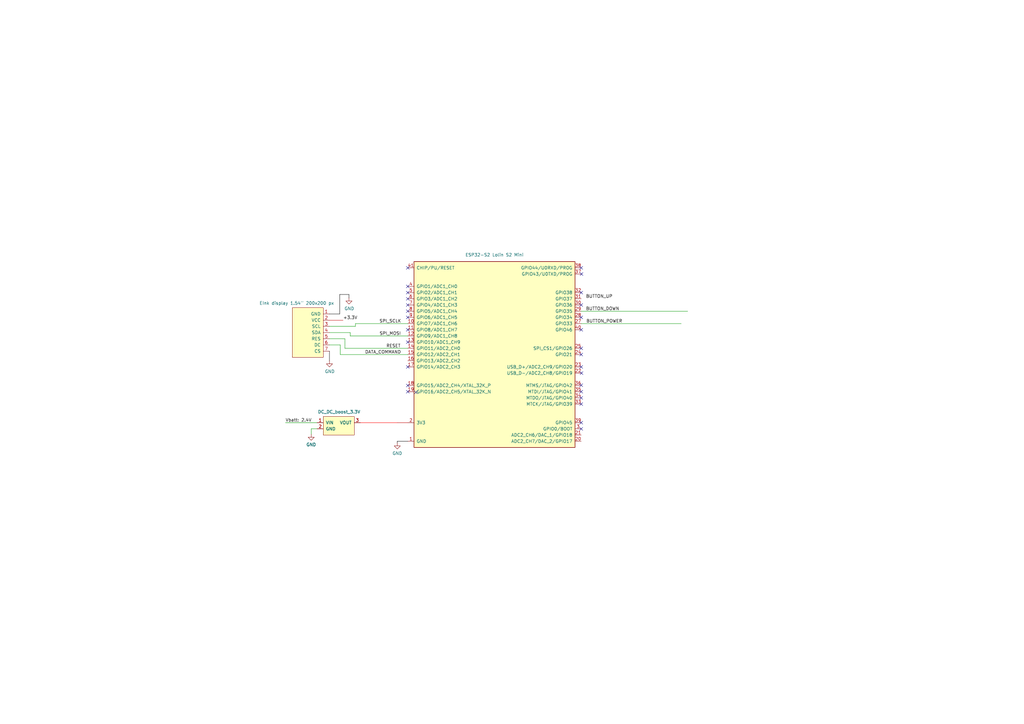
<source format=kicad_sch>
(kicad_sch (version 20211123) (generator eeschema)
  (paper "A3")
  (lib_symbols
    (symbol "Espressif:ESP32-S2-WROOM" (pin_names (offset 1.016))
      (property "Value" "ESP32-S2 Lolin S2 Mini" (at 0 40.894 0))
      (symbol "ESP32-S2-WROOM_0_0"
        (pin passive line (at -35.56 -35.56 0) (length 2.54) hide (name "GND") (number "43"))
      )
      (symbol "ESP32-S2-WROOM_1_1"
        (rectangle (start -33.02 38.1) (end 33.02 -38.1) (stroke (width 0.254)) (fill (type background)))
        (pin power_in line (at -35.56 -35.56 0) (length 2.54) (name "GND") (number "1"))
        (pin bidirectional line (at -35.56 12.7 0) (length 2.54) (name "GPIO7/ADC1_CH6") (number "10"))
        (pin bidirectional line (at -35.56 10.16 0) (length 2.54) (name "GPIO8/ADC1_CH7") (number "11"))
        (pin bidirectional line (at -35.56 7.62 0) (length 2.54) (name "GPIO9/ADC1_CH8") (number "12"))
        (pin bidirectional line (at -35.56 5.08 0) (length 2.54) (name "GPIO10/ADC1_CH9") (number "13"))
        (pin bidirectional line (at -35.56 2.54 0) (length 2.54) (name "GPIO11/ADC2_CH0") (number "14"))
        (pin bidirectional line (at -35.56 0 0) (length 2.54) (name "GPIO12/ADC2_CH1") (number "15"))
        (pin bidirectional line (at -35.56 -2.54 0) (length 2.54) (name "GPIO13/ADC2_CH2") (number "16"))
        (pin bidirectional line (at -35.56 -5.08 0) (length 2.54) (name "GPIO14/ADC2_CH3") (number "17"))
        (pin bidirectional line (at -35.56 -12.7 0) (length 2.54) (name "GPIO15/ADC2_CH4/XTAL_32K_P") (number "18"))
        (pin bidirectional line (at -35.56 -15.24 0) (length 2.54) (name "GPIO16/ADC2_CH5/XTAL_32K_N") (number "19"))
        (pin power_in line (at -35.56 -27.94 0) (length 2.54) (name "3V3") (number "2"))
        (pin bidirectional line (at 35.56 -35.56 180) (length 2.54) (name "ADC2_CH7/DAC_2/GPIO17") (number "20"))
        (pin bidirectional line (at 35.56 -33.02 180) (length 2.54) (name "ADC2_CH6/DAC_1/GPIO18") (number "21"))
        (pin bidirectional line (at 35.56 -7.62 180) (length 2.54) (name "USB_D-/ADC2_CH8/GPIO19") (number "22"))
        (pin bidirectional line (at 35.56 -5.08 180) (length 2.54) (name "USB_D+/ADC2_CH9/GPIO20") (number "23"))
        (pin bidirectional line (at 35.56 0 180) (length 2.54) (name "GPIO21") (number "24"))
        (pin bidirectional line (at 35.56 2.54 180) (length 2.54) (name "SPI_CS1/GPIO26") (number "25"))
        (pin passive line (at -35.56 -35.56 0) (length 2.54) hide (name "GND") (number "26"))
        (pin bidirectional line (at 35.56 12.7 180) (length 2.54) (name "GPIO33") (number "27"))
        (pin bidirectional line (at 35.56 15.24 180) (length 2.54) (name "GPIO34") (number "28"))
        (pin bidirectional line (at 35.56 17.78 180) (length 2.54) (name "GPIO35") (number "29"))
        (pin bidirectional line (at 35.56 -30.48 180) (length 2.54) (name "GPIO0/BOOT") (number "3"))
        (pin bidirectional line (at 35.56 20.32 180) (length 2.54) (name "GPIO36") (number "30"))
        (pin bidirectional line (at 35.56 22.86 180) (length 2.54) (name "GPIO37") (number "31"))
        (pin bidirectional line (at 35.56 25.4 180) (length 2.54) (name "GPIO38") (number "32"))
        (pin bidirectional line (at 35.56 -20.32 180) (length 2.54) (name "MTCK/JTAG/GPIO39") (number "33"))
        (pin bidirectional line (at 35.56 -17.78 180) (length 2.54) (name "MTDO/JTAG/GPIO40") (number "34"))
        (pin bidirectional line (at 35.56 -15.24 180) (length 2.54) (name "MTDI/JTAG/GPIO41") (number "35"))
        (pin bidirectional line (at 35.56 -12.7 180) (length 2.54) (name "MTMS/JTAG/GPIO42") (number "36"))
        (pin bidirectional line (at 35.56 33.02 180) (length 2.54) (name "GPIO43/U0TXD/PROG") (number "37"))
        (pin bidirectional line (at 35.56 35.56 180) (length 2.54) (name "GPIO44/U0RXD/PROG") (number "38"))
        (pin bidirectional line (at 35.56 -27.94 180) (length 2.54) (name "GPIO45") (number "39"))
        (pin bidirectional line (at -35.56 27.94 0) (length 2.54) (name "GPIO1/ADC1_CH0") (number "4"))
        (pin input line (at 35.56 10.16 180) (length 2.54) (name "GPIO46") (number "40"))
        (pin input line (at -35.56 35.56 0) (length 2.54) (name "CHIP/PU/RESET") (number "41"))
        (pin passive line (at -35.56 -35.56 0) (length 2.54) hide (name "GND") (number "42"))
        (pin bidirectional line (at -35.56 25.4 0) (length 2.54) (name "GPIO2/ADC1_CH1") (number "5"))
        (pin bidirectional line (at -35.56 22.86 0) (length 2.54) (name "GPIO3/ADC1_CH2") (number "6"))
        (pin bidirectional line (at -35.56 20.32 0) (length 2.54) (name "GPIO4/ADC1_CH3") (number "7"))
        (pin bidirectional line (at -35.56 17.78 0) (length 2.54) (name "GPIO5/ADC1_CH4") (number "8"))
        (pin bidirectional line (at -35.56 15.24 0) (length 2.54) (name "GPIO6/ADC1_CH5") (number "9"))
      )
    )
    (symbol "dc_dc_boost_3.3v:DC_DC_boost_3.3V" (pin_names (offset 1.016))
      (property "Value" "DC_DC_boost_3.3V" (at 0 6.223 0))
      (symbol "DC_DC_boost_3.3V_0_1"
        (rectangle (start -6.35 3.81) (end 6.35 -3.81) (fill (type background)))
      )
      (symbol "DC_DC_boost_3.3V_1_1"
        (pin input line (at -8.89 1.27 0) (length 2.54) (name "VIN") (number "1"))
        (pin input line (at -8.89 -1.27 0) (length 2.54) (name "GND") (number "2"))
        (pin input line (at 8.89 1.27 180) (length 2.54) (name "VOUT") (number "3"))
      )
    )
    (symbol "power:GND" (power) (pin_names (offset 0))
      (property "Value" "GND" (at 0 -3.81 0))
      (symbol "GND_0_1"
        (polyline (pts (xy 0 0) (xy 0 -1.27) (xy 1.27 -1.27) (xy 0 -2.54) (xy -1.27 -1.27) (xy 0 -1.27)))
      )
      (symbol "GND_1_1"
        (pin power_in line (at 0 0 270) (length 0) hide (name "GND") (number "1"))
      )
    )
    (symbol "schematic-OLED_SPI-Bafang_M500_M600-rescue:SSD1306-SPI-OLED-schematic-rescue" (pin_names (offset 1.016))
      (property "Reference" "Brd" (at -3.81 -3.81 0))
      (property "Value" "SSD1306-SPI-OLED-schematic-rescue" (at 0 -1.27 0))
      (symbol "SSD1306-SPI-OLED-schematic-rescue_0_1"
        (rectangle (start -10.16 6.35) (end 10.16 -6.35) (fill (type background)))
      )
      (symbol "SSD1306-SPI-OLED-schematic-rescue_1_1"
        (pin input line (at -7.62 8.89 270) (length 2.54) (name "GND") (number "1"))
        (pin input line (at -5.08 8.89 270) (length 2.54) (name "VCC") (number "2"))
        (pin input line (at -2.54 8.89 270) (length 2.54) (name "SCL") (number "3"))
        (pin input line (at 0 8.89 270) (length 2.54) (name "SDA") (number "4"))
        (pin input line (at 2.54 8.89 270) (length 2.54) (name "RES") (number "5"))
        (pin input line (at 5.08 8.89 270) (length 2.54) (name "DC") (number "6"))
        (pin input line (at 7.62 8.89 270) (length 2.54) (name "CS") (number "7"))
      )
    )
  )
  (no_connect (at 170.561 160.909))
  (no_connect (at 167.259 160.655))
  (no_connect (at 167.259 158.115))
  (no_connect (at 167.259 150.495))
  (no_connect (at 238.379 157.988))
  (no_connect (at 238.379 160.655))
  (no_connect (at 238.379 163.195))
  (no_connect (at 238.379 173.355))
  (no_connect (at 238.379 165.735))
  (no_connect (at 238.379 175.895))
  (no_connect (at 167.259 135.255))
  (no_connect (at 167.259 130.175))
  (no_connect (at 167.259 109.855))
  (no_connect (at 167.259 127.635))
  (no_connect (at 167.259 140.335))
  (no_connect (at 167.259 117.475))
  (no_connect (at 167.259 125.095))
  (no_connect (at 167.259 122.555))
  (no_connect (at 167.259 120.015))
  (no_connect (at 238.506 112.395))
  (no_connect (at 238.379 125.095))
  (no_connect (at 238.379 120.015))
  (no_connect (at 238.379 109.855))
  (no_connect (at 238.379 130.175))
  (no_connect (at 238.379 150.495))
  (no_connect (at 238.506 153.035))
  (no_connect (at 238.379 142.875))
  (no_connect (at 238.379 135.255))
  (no_connect (at 238.379 145.415))
  (wire (pts (xy 143.129 120.777) (xy 143.129 122.174)) (stroke (width 0) (color 0 0 0 1)))
  (wire (pts (xy 139.573 145.415) (xy 139.573 141.478)))
  (wire (pts (xy 162.941 173.355) (xy 147.828 173.355)) (stroke (width 0) (color 255 0 0 1)))
  (wire (pts (xy 135.128 138.938) (xy 141.478 138.938)))
  (wire (pts (xy 135.128 128.778) (xy 139.319 128.778)) (stroke (width 0) (color 0 0 0 1)))
  (wire (pts (xy 145.796 133.858) (xy 135.128 133.858)))
  (wire (pts (xy 143.637 137.795) (xy 143.637 136.398)))
  (wire (pts (xy 127.635 175.895) (xy 127.635 178.054)))
  (wire (pts (xy 139.319 128.778) (xy 139.319 120.777)) (stroke (width 0) (color 0 0 0 1)))
  (wire (pts (xy 167.259 132.715) (xy 145.796 132.715)))
  (wire (pts (xy 167.259 145.415) (xy 139.573 145.415)))
  (wire (pts (xy 135.128 131.318) (xy 140.716 131.318)) (stroke (width 0) (color 194 0 0 1)))
  (wire (pts (xy 238.379 132.715) (xy 279.4 132.715)))
  (wire (pts (xy 167.259 180.975) (xy 162.941 180.975)) (stroke (width 0) (color 0 0 0 1)))
  (wire (pts (xy 162.941 180.975) (xy 162.941 181.61)) (stroke (width 0) (color 0 0 0 1)))
  (wire (pts (xy 117.094 173.355) (xy 130.048 173.355)))
  (wire (pts (xy 135.128 136.398) (xy 143.637 136.398)))
  (wire (pts (xy 139.319 120.777) (xy 143.129 120.777)) (stroke (width 0) (color 0 0 0 1)))
  (wire (pts (xy 135.128 144.018) (xy 135.128 147.955)) (stroke (width 0) (color 0 0 0 1)))
  (wire (pts (xy 141.478 142.875) (xy 167.259 142.875)))
  (wire (pts (xy 141.478 138.938) (xy 141.478 142.875)))
  (wire (pts (xy 167.259 173.355) (xy 162.941 173.355)) (stroke (width 0) (color 194 0 0 1)))
  (wire (pts (xy 130.048 175.895) (xy 127.635 175.895)))
  (wire (pts (xy 145.796 132.715) (xy 145.796 133.858)))
  (wire (pts (xy 238.379 127.635) (xy 282.067 127.635)))
  (wire (pts (xy 167.259 137.795) (xy 143.637 137.795)))
  (wire (pts (xy 139.573 141.478) (xy 135.128 141.478)))
  (label "BUTTON_POWER" (at 240.411 132.715 0))
  (label "RESET" (at 164.338 142.875 180))
  (label "DATA_COMMAND" (at 164.465 145.415 180))
  (label "Vbatt: 2.4V" (at 117.094 173.355 0))
  (label "BUTTON_DOWN" (at 240.284 127.635 0))
  (label "SPI_MOSI" (at 164.465 137.795 180))
  (label "SPI_SCLK" (at 164.592 132.715 180))
  (label "+3.3V" (at 140.716 131.318 0))
  (label "BUTTON_UP" (at 240.284 122.555 0))
  (symbol (lib_id "dc_dc_boost_3.3v:DC_DC_boost_3.3V") (at 138.938 174.625 0) (unit 1)
    (property "Reference" "NA?" (effects hide))
    (property "Value" "DC_DC_boost_3.3V" (at 139.065 168.91 0))
  )
  (symbol (lib_id "schematic-OLED_SPI-Bafang_M500_M600-rescue:SSD1306-SPI-OLED-schematic-rescue") (at 126.238 136.398 270) (unit 1)
    (property "Reference" "NA?" (effects hide))
    (property "Value" "EInk display 1.54'' 200x200 px" (at 137.033 124.333 90) (effects (justify right)))
  )
  (symbol (lib_id "Espressif:ESP32-S2-WROOM") (at 202.819 145.415 0) (unit 1)
    (property "Reference" "U?" (effects hide))
    (property "Value" "ESP32-S2 Lolin S2 Mini" (at 202.819 104.521 0))
    (property "Footprint" "Espressif:ESP32-S2-WROOM" (effects hide))
    (property "Datasheet" "https://www.espressif.com/sites/default/files/documentation/esp32-s2-wroom_esp32-s2-wroom-i_datasheet_en.pdf" (effects hide))
  )
  (symbol (lib_id "power:GND") (at 127.635 178.054 0) (unit 1)
    (property "Reference" "#PWR?" (effects hide))
    (property "Value" "GND" (at 127.635 182.372 0))
  )
  (symbol (lib_id "power:GND") (at 162.941 181.61 0) (unit 1)
    (property "Reference" "#PWR?" (effects hide))
    (property "Value" "GND" (at 162.941 185.928 0))
  )
  (symbol (lib_id "power:GND") (at 135.128 147.955 0) (unit 1)
    (property "Reference" "#PWR?" (effects hide))
    (property "Value" "GND" (at 135.255 152.3492 0))
  )
  (symbol (lib_id "power:GND") (at 143.129 122.174 0) (unit 1)
    (property "Reference" "#PWR?" (effects hide))
    (property "Value" "GND" (at 143.256 126.5682 0))
  )
)
</source>
